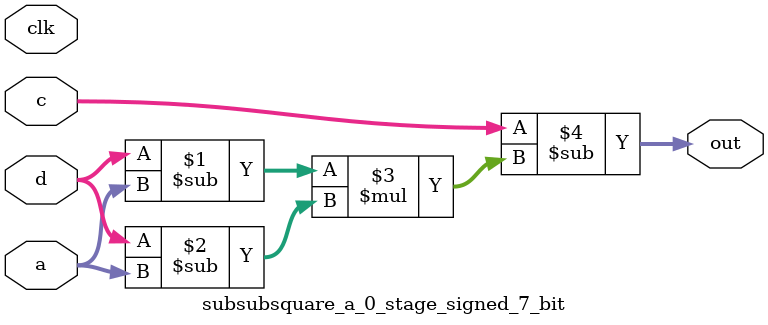
<source format=sv>
(* use_dsp = "yes" *) module subsubsquare_a_0_stage_signed_7_bit(
	input signed [6:0] a,
	input signed [6:0] c,
	input signed [6:0] d,
	output [6:0] out,
	input clk);

	assign out = c - ((d - a) * (d - a));
endmodule

</source>
